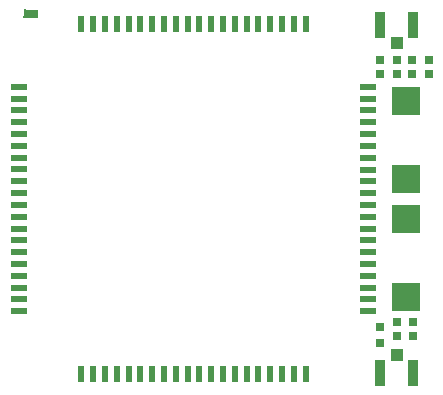
<source format=gbp>
G04 (created by PCBNEW (2013-jul-07)-stable) date su 14. joulukuuta 2014 12.55.15*
%MOIN*%
G04 Gerber Fmt 3.4, Leading zero omitted, Abs format*
%FSLAX34Y34*%
G01*
G70*
G90*
G04 APERTURE LIST*
%ADD10C,0.000787402*%
%ADD11R,0.0976126X0.0937126*%
%ADD12R,0.0268126X0.0306126*%
%ADD13R,0.0306126X0.0268126*%
%ADD14R,0.0228126X0.0543307*%
%ADD15R,0.0543307X0.0228126*%
%ADD16R,0.0385827X0.0405512*%
%ADD17R,0.0326772X0.0858268*%
%ADD18R,0.0503937X0.0267717*%
%ADD19R,0.0110236X0.0188976*%
%ADD20R,0.0346457X0.00708661*%
%ADD21R,0.00708661X0.00708661*%
G04 APERTURE END LIST*
G54D10*
G54D11*
X87007Y-35157D03*
X87007Y-32559D03*
X87007Y-36496D03*
X87007Y-39094D03*
G54D12*
X87244Y-39921D03*
X86692Y-39921D03*
X86693Y-31653D03*
X86141Y-31653D03*
X87244Y-40393D03*
X86692Y-40393D03*
X87756Y-31653D03*
X87204Y-31653D03*
G54D13*
X86141Y-40630D03*
X86141Y-40078D03*
G54D12*
X86693Y-31181D03*
X86141Y-31181D03*
X87756Y-31181D03*
X87204Y-31181D03*
G54D14*
X83661Y-41653D03*
X83267Y-41652D03*
X82874Y-41652D03*
X82480Y-41652D03*
X82086Y-41652D03*
X81692Y-41652D03*
X81299Y-41652D03*
X80905Y-41652D03*
X80511Y-41652D03*
X80118Y-41652D03*
X79724Y-41652D03*
X79330Y-41652D03*
X78937Y-41652D03*
X78543Y-41652D03*
X78149Y-41652D03*
X77755Y-41652D03*
X77362Y-41652D03*
X76968Y-41652D03*
X76574Y-41652D03*
X76181Y-41652D03*
G54D15*
X74094Y-39565D03*
X74094Y-39171D03*
X74094Y-38777D03*
X74094Y-38384D03*
X74094Y-37990D03*
X74094Y-37596D03*
X74094Y-37203D03*
X74094Y-36809D03*
X74094Y-36415D03*
X74094Y-36022D03*
X74094Y-35628D03*
X74094Y-35234D03*
X74094Y-34840D03*
X74094Y-34447D03*
X74094Y-34053D03*
X74094Y-33659D03*
X74094Y-33266D03*
X74094Y-32872D03*
X74094Y-32478D03*
X74094Y-32085D03*
G54D14*
X76181Y-29998D03*
X76575Y-29998D03*
X76968Y-29998D03*
X77362Y-29998D03*
X77756Y-29998D03*
X78150Y-29998D03*
X78543Y-29998D03*
X78937Y-29998D03*
X79331Y-29998D03*
X79724Y-29998D03*
X80118Y-29998D03*
X80512Y-29998D03*
X80905Y-29998D03*
X81299Y-29998D03*
X81693Y-29998D03*
X82087Y-29998D03*
X82480Y-29998D03*
X82874Y-29998D03*
X83268Y-29998D03*
X83661Y-29998D03*
G54D15*
X85748Y-32086D03*
X85748Y-32479D03*
X85748Y-32873D03*
X85748Y-33267D03*
X85748Y-33660D03*
X85748Y-34054D03*
X85748Y-34448D03*
X85748Y-34841D03*
X85748Y-35235D03*
X85748Y-35629D03*
X85748Y-36023D03*
X85748Y-36416D03*
X85748Y-36810D03*
X85748Y-37204D03*
X85748Y-37597D03*
X85748Y-37991D03*
X85748Y-38385D03*
X85748Y-38778D03*
X85748Y-39172D03*
X85748Y-39566D03*
G54D16*
X86692Y-41013D03*
G54D17*
X86151Y-41614D03*
X87234Y-41614D03*
G54D16*
X86692Y-30639D03*
G54D17*
X87234Y-30039D03*
X86151Y-30039D03*
G54D18*
X74488Y-29645D03*
G54D19*
X74685Y-29685D03*
G54D20*
X74566Y-29547D03*
G54D21*
X74547Y-29665D03*
X74429Y-29625D03*
G54D20*
X74409Y-29744D03*
G54D19*
X74291Y-29606D03*
M02*

</source>
